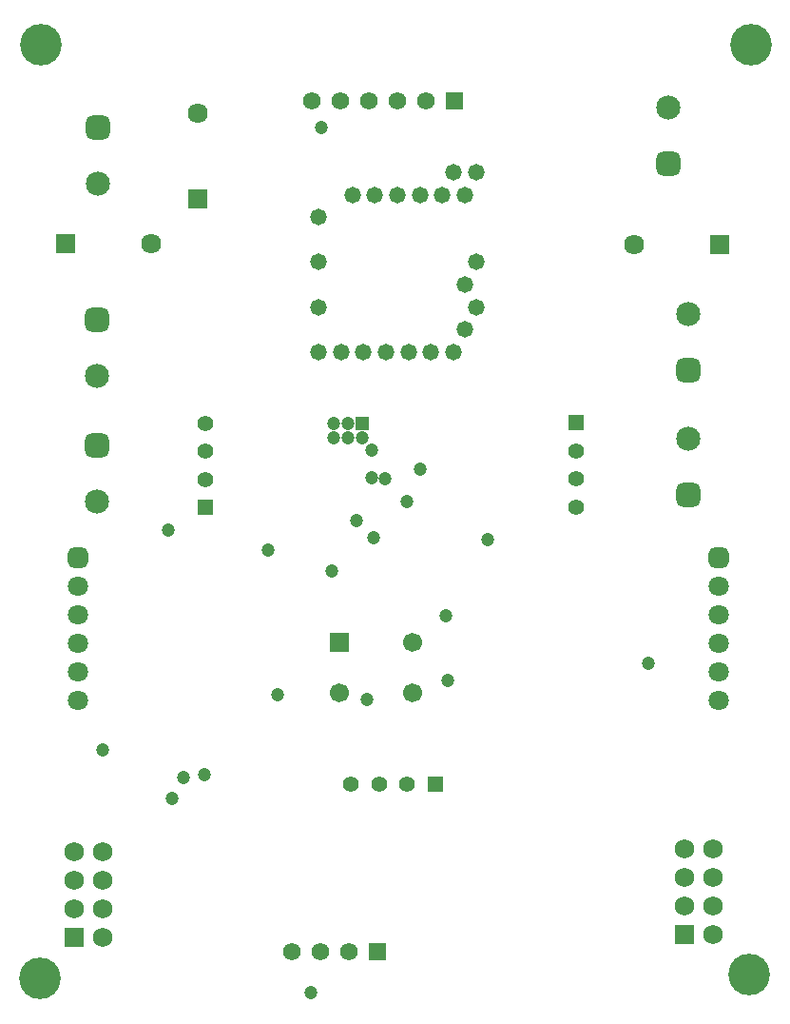
<source format=gbs>
G04*
G04 #@! TF.GenerationSoftware,Altium Limited,Altium Designer,24.1.2 (44)*
G04*
G04 Layer_Color=16711935*
%FSLAX44Y44*%
%MOMM*%
G71*
G04*
G04 #@! TF.SameCoordinates,39C99C51-67B2-4763-82E7-AA0615DA2B54*
G04*
G04*
G04 #@! TF.FilePolarity,Negative*
G04*
G01*
G75*
G04:AMPARAMS|DCode=36|XSize=2.1532mm|YSize=2.1532mm|CornerRadius=0.5891mm|HoleSize=0mm|Usage=FLASHONLY|Rotation=90.000|XOffset=0mm|YOffset=0mm|HoleType=Round|Shape=RoundedRectangle|*
%AMROUNDEDRECTD36*
21,1,2.1532,0.9750,0,0,90.0*
21,1,0.9750,2.1532,0,0,90.0*
1,1,1.1782,0.4875,0.4875*
1,1,1.1782,0.4875,-0.4875*
1,1,1.1782,-0.4875,-0.4875*
1,1,1.1782,-0.4875,0.4875*
%
%ADD36ROUNDEDRECTD36*%
%ADD37C,2.1532*%
%ADD38R,1.4000X1.4000*%
%ADD39C,1.4000*%
%ADD40R,1.5700X1.5700*%
%ADD41C,1.5700*%
%ADD42C,1.7532*%
%ADD43R,1.7532X1.7532*%
%ADD44C,1.5732*%
%ADD45R,1.5732X1.5732*%
%ADD46C,1.7012*%
%ADD47R,1.7012X1.7012*%
%ADD48C,1.7832*%
%ADD49R,1.7832X1.7832*%
%ADD50C,1.8032*%
G04:AMPARAMS|DCode=51|XSize=1.8032mm|YSize=1.8032mm|CornerRadius=0.5016mm|HoleSize=0mm|Usage=FLASHONLY|Rotation=270.000|XOffset=0mm|YOffset=0mm|HoleType=Round|Shape=RoundedRectangle|*
%AMROUNDEDRECTD51*
21,1,1.8032,0.8000,0,0,270.0*
21,1,0.8000,1.8032,0,0,270.0*
1,1,1.0032,-0.4000,-0.4000*
1,1,1.0032,-0.4000,0.4000*
1,1,1.0032,0.4000,0.4000*
1,1,1.0032,0.4000,-0.4000*
%
%ADD51ROUNDEDRECTD51*%
%ADD52R,1.4000X1.4000*%
%ADD53C,3.7032*%
%ADD54R,1.2032X1.2032*%
%ADD55C,1.2032*%
%ADD56R,1.7832X1.7832*%
%ADD57C,1.4732*%
D36*
X829310Y672630D02*
D03*
X302220Y828910D02*
D03*
Y717150D02*
D03*
X811530Y967740D02*
D03*
X303530Y999960D02*
D03*
X829310Y783590D02*
D03*
D37*
Y722630D02*
D03*
X302220Y778910D02*
D03*
Y667150D02*
D03*
X811530Y1017740D02*
D03*
X303530Y949960D02*
D03*
X829310Y833590D02*
D03*
D38*
X603920Y415120D02*
D03*
D39*
X578920D02*
D03*
X553920D02*
D03*
X528920D02*
D03*
X728980Y662070D02*
D03*
Y687070D02*
D03*
Y712070D02*
D03*
X398780Y686600D02*
D03*
Y711600D02*
D03*
Y736600D02*
D03*
D40*
X552450Y266700D02*
D03*
D41*
X527050D02*
D03*
X501650D02*
D03*
X476250D02*
D03*
D42*
X281940Y304800D02*
D03*
Y330200D02*
D03*
Y355600D02*
D03*
X307340Y279400D02*
D03*
Y304800D02*
D03*
Y330200D02*
D03*
Y355600D02*
D03*
X850900Y358140D02*
D03*
Y332740D02*
D03*
Y307340D02*
D03*
Y281940D02*
D03*
X825500Y358140D02*
D03*
Y332740D02*
D03*
Y307340D02*
D03*
D43*
X281940Y279400D02*
D03*
X825500Y281940D02*
D03*
D44*
X494030Y1023620D02*
D03*
X519430D02*
D03*
X544830D02*
D03*
X570230D02*
D03*
X595630D02*
D03*
D45*
X621030D02*
D03*
D46*
X583680Y496930D02*
D03*
X518680D02*
D03*
X583680Y541930D02*
D03*
D47*
X518680D02*
D03*
D48*
X781050Y895350D02*
D03*
X350520Y896620D02*
D03*
X392430Y1012190D02*
D03*
D49*
X857250Y895350D02*
D03*
X274320Y896620D02*
D03*
D50*
X285750Y490220D02*
D03*
Y515620D02*
D03*
Y566420D02*
D03*
Y591820D02*
D03*
Y541020D02*
D03*
X855980Y490220D02*
D03*
Y515620D02*
D03*
Y566420D02*
D03*
Y591820D02*
D03*
Y541020D02*
D03*
D51*
X285750Y617220D02*
D03*
X855980D02*
D03*
D52*
X728980Y737070D02*
D03*
X398780Y661600D02*
D03*
D53*
X883590Y246446D02*
D03*
X251460Y242570D02*
D03*
X884860Y1073216D02*
D03*
X252730Y1073150D02*
D03*
D54*
X538480Y736600D02*
D03*
D55*
Y723900D02*
D03*
X525780Y736600D02*
D03*
Y723900D02*
D03*
X513080Y736600D02*
D03*
Y723900D02*
D03*
X397811Y424180D02*
D03*
X502629Y999781D02*
D03*
X365713Y641350D02*
D03*
X379937Y421640D02*
D03*
X369570Y402590D02*
D03*
X307340Y445770D02*
D03*
X492760Y229870D02*
D03*
X793750Y523240D02*
D03*
X614680Y508000D02*
D03*
X548640Y634492D02*
D03*
X512064Y604774D02*
D03*
X533890Y650222D02*
D03*
X542575Y490443D02*
D03*
X612996Y565360D02*
D03*
X455168Y623570D02*
D03*
X463042Y494690D02*
D03*
X547624Y688340D02*
D03*
X578151Y667004D02*
D03*
X650620Y633476D02*
D03*
X590550Y695960D02*
D03*
X559054Y687070D02*
D03*
X547624Y712724D02*
D03*
D56*
X392430Y935990D02*
D03*
D57*
X500000Y880000D02*
D03*
Y920001D02*
D03*
Y840000D02*
D03*
X640000Y960001D02*
D03*
Y880000D02*
D03*
Y840000D02*
D03*
X620000Y960001D02*
D03*
X630000Y940001D02*
D03*
Y860000D02*
D03*
Y820000D02*
D03*
X620000Y800000D02*
D03*
X610000Y940001D02*
D03*
X600000Y800000D02*
D03*
X590000Y940001D02*
D03*
X580000Y800000D02*
D03*
X570000Y940001D02*
D03*
X560000Y800000D02*
D03*
X550000Y940001D02*
D03*
X540000Y800000D02*
D03*
X530000Y940001D02*
D03*
X520000Y800000D02*
D03*
X500000D02*
D03*
M02*

</source>
